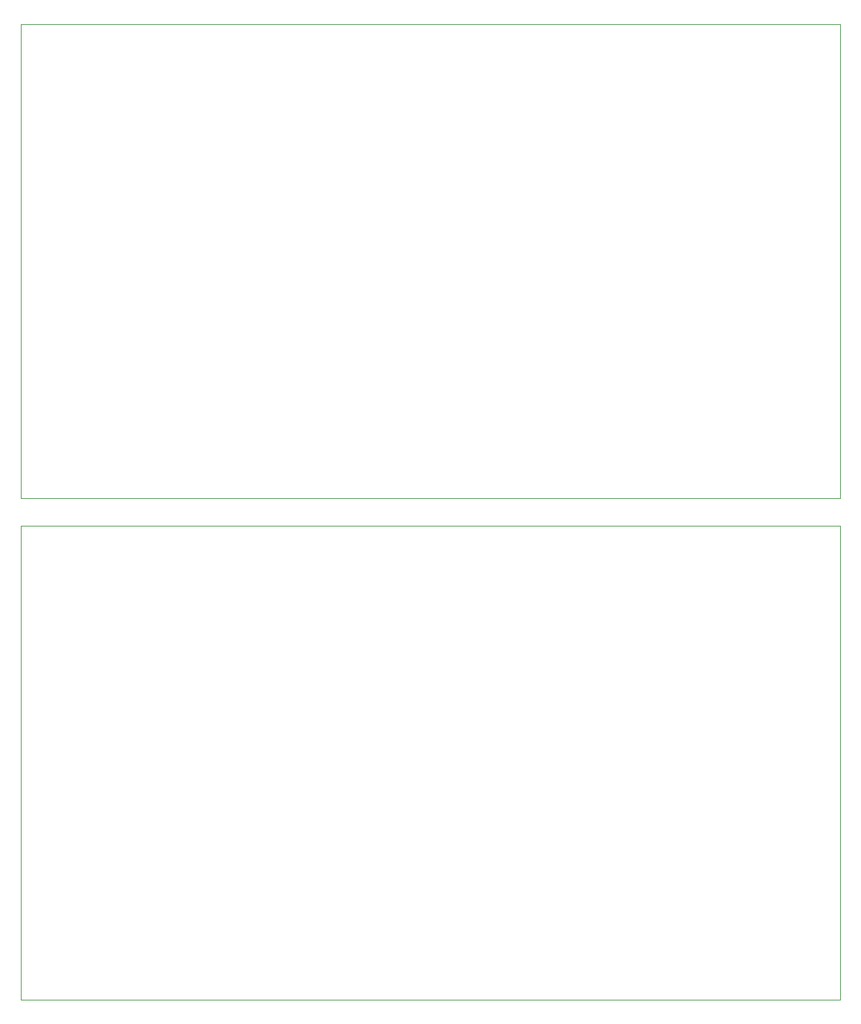
<source format=gm1>
%MOIN*%
%OFA0B0*%
%FSLAX46Y46*%
%IPPOS*%
%LPD*%
%ADD10C,0.001*%
%ADD21C,0.001*%
%LPD*%
D10*
X0000000000Y0002347000D02*
X0004058500Y0002347000D01*
X0000000000Y0000000000D02*
X0000000000Y0002347000D01*
X0004058500Y0000000000D02*
X0000000000Y0000000000D01*
X0004058500Y0002347000D02*
X0004058500Y0000000000D01*
G04 next file*
%LPD*%
G04 #@! TF.GenerationSoftware,KiCad,Pcbnew,(5.1.5-0)*
G04 #@! TF.CreationDate,2020-08-20T14:13:21-04:00*
G04 #@! TF.ProjectId,GrBLDC,4772424c-4443-42e6-9b69-6361645f7063,rev?*
G04 #@! TF.SameCoordinates,PX5a7646cPY8128a60*
G04 #@! TF.FileFunction,Profile,NP*
G04 Gerber Fmt 4.6, Leading zero omitted, Abs format (unit mm)*
G04 Created by KiCad (PCBNEW (5.1.5-0)) date 2020-08-20 14:13:21*
G04 APERTURE LIST*
G04 APERTURE END LIST*
D21*
X0000000500Y0004827814D02*
X0004059000Y0004827814D01*
X0000000500Y0002480814D02*
X0000000500Y0004827814D01*
X0004059000Y0002480814D02*
X0000000500Y0002480814D01*
X0004059000Y0004827814D02*
X0004059000Y0002480814D01*
M02*
</source>
